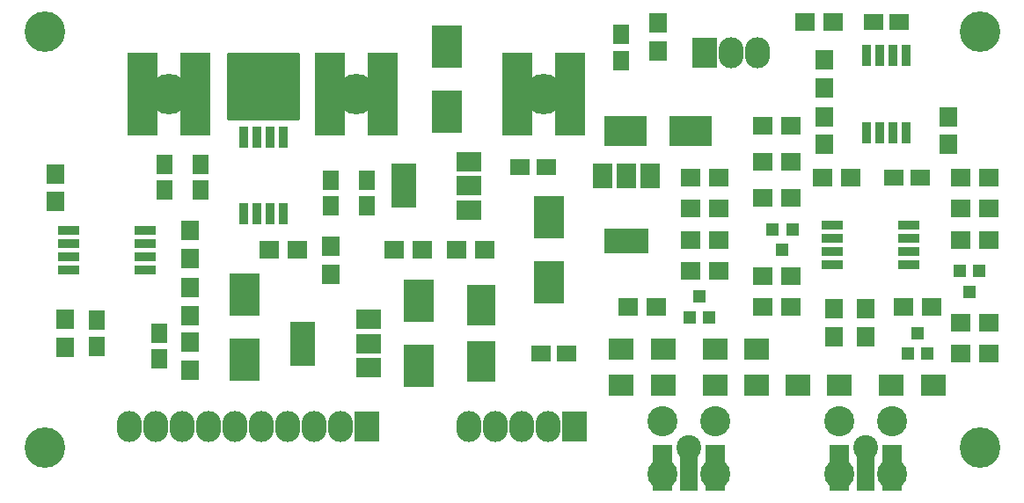
<source format=gts>
G04 #@! TF.FileFunction,Soldermask,Top*
%FSLAX46Y46*%
G04 Gerber Fmt 4.6, Leading zero omitted, Abs format (unit mm)*
G04 Created by KiCad (PCBNEW 4.0.7) date 03/03/18 23:13:13*
%MOMM*%
%LPD*%
G01*
G04 APERTURE LIST*
%ADD10C,0.100000*%
%ADD11R,2.150000X0.950000*%
%ADD12R,1.700000X1.900000*%
%ADD13R,1.900000X1.700000*%
%ADD14R,1.200000X1.300000*%
%ADD15R,2.400000X3.000000*%
%ADD16O,2.400000X3.000000*%
%ADD17R,2.400000X2.100000*%
%ADD18R,2.700000X3.900000*%
%ADD19C,3.900000*%
%ADD20R,2.900000X4.150000*%
%ADD21R,2.400000X4.200000*%
%ADD22R,2.400000X1.900000*%
%ADD23R,4.200000X2.400000*%
%ADD24R,1.900000X2.400000*%
%ADD25R,4.150000X2.900000*%
%ADD26R,2.950000X2.950000*%
%ADD27R,0.950000X2.150000*%
%ADD28R,1.800000X4.400000*%
%ADD29R,1.900000X4.400000*%
%ADD30R,1.900000X1.650000*%
%ADD31R,1.650000X1.900000*%
%ADD32C,2.398980*%
%ADD33C,2.899360*%
%ADD34C,0.254000*%
G04 APERTURE END LIST*
D10*
D11*
X160800000Y-103595000D03*
X160800000Y-104865000D03*
X160800000Y-106135000D03*
X160800000Y-107405000D03*
X168200000Y-107405000D03*
X168200000Y-106135000D03*
X168200000Y-104865000D03*
X168200000Y-103595000D03*
D12*
X87000000Y-112650000D03*
X87000000Y-115350000D03*
D13*
X147150000Y-102000000D03*
X149850000Y-102000000D03*
D14*
X147050000Y-112500000D03*
X148950000Y-112500000D03*
X148000000Y-110500000D03*
X156950000Y-104000000D03*
X155050000Y-104000000D03*
X156000000Y-106000000D03*
X168050000Y-116000000D03*
X169950000Y-116000000D03*
X169000000Y-114000000D03*
X174950000Y-108000000D03*
X173050000Y-108000000D03*
X174000000Y-110000000D03*
D12*
X144000000Y-86850000D03*
X144000000Y-84150000D03*
X99000000Y-106850000D03*
X99000000Y-104150000D03*
D15*
X148500000Y-87000000D03*
D16*
X151040000Y-87000000D03*
X153580000Y-87000000D03*
D15*
X116000000Y-123000000D03*
D16*
X113460000Y-123000000D03*
X110920000Y-123000000D03*
X108380000Y-123000000D03*
X105840000Y-123000000D03*
X103300000Y-123000000D03*
X100760000Y-123000000D03*
X98220000Y-123000000D03*
X95680000Y-123000000D03*
X93140000Y-123000000D03*
D15*
X136000000Y-123000000D03*
D16*
X133460000Y-123000000D03*
X130920000Y-123000000D03*
X128380000Y-123000000D03*
X125840000Y-123000000D03*
D12*
X160000000Y-87650000D03*
X160000000Y-90350000D03*
D13*
X124650000Y-106000000D03*
X127350000Y-106000000D03*
X118650000Y-106000000D03*
X121350000Y-106000000D03*
D12*
X86000000Y-101350000D03*
X86000000Y-98650000D03*
X99000000Y-114900000D03*
X99000000Y-117600000D03*
D17*
X149500000Y-115500000D03*
X153500000Y-115500000D03*
D13*
X149850000Y-108000000D03*
X147150000Y-108000000D03*
X154150000Y-108500000D03*
X156850000Y-108500000D03*
X156850000Y-101000000D03*
X154150000Y-101000000D03*
X156850000Y-94000000D03*
X154150000Y-94000000D03*
D17*
X144500000Y-119000000D03*
X140500000Y-119000000D03*
X166500000Y-119000000D03*
X170500000Y-119000000D03*
D12*
X164000000Y-111650000D03*
X164000000Y-114350000D03*
D13*
X167650000Y-111500000D03*
X170350000Y-111500000D03*
X173150000Y-105000000D03*
X175850000Y-105000000D03*
X175850000Y-99000000D03*
X173150000Y-99000000D03*
D12*
X161000000Y-114350000D03*
X161000000Y-111650000D03*
D18*
X127000000Y-111300000D03*
X127000000Y-116700000D03*
D19*
X175000000Y-85000000D03*
X85000000Y-85000000D03*
X85000000Y-125000000D03*
X175000000Y-125000000D03*
D12*
X112500000Y-105650000D03*
X112500000Y-108350000D03*
D13*
X159900000Y-99000000D03*
X162600000Y-99000000D03*
X175850000Y-113000000D03*
X173150000Y-113000000D03*
D20*
X104267000Y-110286000D03*
X104267000Y-116536000D03*
X133500000Y-102875000D03*
X133500000Y-109125000D03*
D12*
X99000000Y-109650000D03*
X99000000Y-112350000D03*
D17*
X149500000Y-119000000D03*
X153500000Y-119000000D03*
X144500000Y-115500000D03*
X140500000Y-115500000D03*
D13*
X147150000Y-99000000D03*
X149850000Y-99000000D03*
D17*
X161500000Y-119000000D03*
X157500000Y-119000000D03*
D11*
X87300000Y-104095000D03*
X87300000Y-105365000D03*
X87300000Y-106635000D03*
X87300000Y-107905000D03*
X94700000Y-107905000D03*
X94700000Y-106635000D03*
X94700000Y-105365000D03*
X94700000Y-104095000D03*
D21*
X109850000Y-115000000D03*
D22*
X116150000Y-115000000D03*
X116150000Y-112700000D03*
X116150000Y-117300000D03*
D23*
X141000000Y-105150000D03*
D24*
X141000000Y-98850000D03*
X138700000Y-98850000D03*
X143300000Y-98850000D03*
D21*
X119532000Y-99822000D03*
D22*
X125832000Y-99822000D03*
X125832000Y-97522000D03*
X125832000Y-102122000D03*
D25*
X140875000Y-94500000D03*
X147125000Y-94500000D03*
D20*
X123698000Y-92660000D03*
X123698000Y-86410000D03*
X121000000Y-110875000D03*
X121000000Y-117125000D03*
D26*
X99540000Y-88460000D03*
X99540000Y-91000000D03*
X99540000Y-93540000D03*
X94460000Y-88460000D03*
X94460000Y-91000000D03*
X94460000Y-93540000D03*
D19*
X97000000Y-91000000D03*
D26*
X117540000Y-88460000D03*
X117540000Y-91000000D03*
X117540000Y-93540000D03*
X112460000Y-88460000D03*
X112460000Y-91000000D03*
X112460000Y-93540000D03*
D19*
X115000000Y-91000000D03*
D26*
X135540000Y-88460000D03*
X135540000Y-91000000D03*
X135540000Y-93540000D03*
X130460000Y-88460000D03*
X130460000Y-91000000D03*
X130460000Y-93540000D03*
D19*
X133000000Y-91000000D03*
D13*
X109350000Y-106000000D03*
X106650000Y-106000000D03*
X156850000Y-97500000D03*
X154150000Y-97500000D03*
X141150000Y-111500000D03*
X143850000Y-111500000D03*
X147150000Y-105000000D03*
X149850000Y-105000000D03*
X175850000Y-116000000D03*
X173150000Y-116000000D03*
X154150000Y-111500000D03*
X156850000Y-111500000D03*
X175850000Y-102000000D03*
X173150000Y-102000000D03*
D27*
X107950000Y-95106000D03*
X106680000Y-95106000D03*
X105410000Y-95106000D03*
X104140000Y-95106000D03*
X104140000Y-102506000D03*
X105410000Y-102506000D03*
X106680000Y-102506000D03*
X107950000Y-102506000D03*
D13*
X158150000Y-84000000D03*
X160850000Y-84000000D03*
D12*
X160000000Y-95850000D03*
X160000000Y-93150000D03*
X172000000Y-95850000D03*
X172000000Y-93150000D03*
D27*
X164095000Y-94700000D03*
X165365000Y-94700000D03*
X166635000Y-94700000D03*
X167905000Y-94700000D03*
X167905000Y-87300000D03*
X166635000Y-87300000D03*
X165365000Y-87300000D03*
X164095000Y-87300000D03*
D28*
X147000000Y-127000000D03*
D29*
X149540000Y-127000000D03*
X144460000Y-127000000D03*
D28*
X164000000Y-127000000D03*
D29*
X166540000Y-127000000D03*
X161460000Y-127000000D03*
D30*
X164750000Y-84000000D03*
X167250000Y-84000000D03*
D31*
X140500000Y-85250000D03*
X140500000Y-87750000D03*
D30*
X130750000Y-98000000D03*
X133250000Y-98000000D03*
D31*
X96500000Y-100250000D03*
X96500000Y-97750000D03*
X90000000Y-112750000D03*
X90000000Y-115250000D03*
X116000000Y-101750000D03*
X116000000Y-99250000D03*
X96000000Y-114000000D03*
X96000000Y-116500000D03*
X100000000Y-100250000D03*
X100000000Y-97750000D03*
X112500000Y-99250000D03*
X112500000Y-101750000D03*
D30*
X166750000Y-99000000D03*
X169250000Y-99000000D03*
X132750000Y-116000000D03*
X135250000Y-116000000D03*
D32*
X147000000Y-125000000D03*
D33*
X149540000Y-122460000D03*
X149540000Y-127540000D03*
X144460000Y-127540000D03*
X144460000Y-122460000D03*
D32*
X164000000Y-125000000D03*
D33*
X166540000Y-122460000D03*
X166540000Y-127540000D03*
X161460000Y-127540000D03*
X161460000Y-122460000D03*
D34*
G36*
X109373000Y-93373000D02*
X102627000Y-93373000D01*
X102627000Y-87127000D01*
X109373000Y-87127000D01*
X109373000Y-93373000D01*
X109373000Y-93373000D01*
G37*
X109373000Y-93373000D02*
X102627000Y-93373000D01*
X102627000Y-87127000D01*
X109373000Y-87127000D01*
X109373000Y-93373000D01*
M02*

</source>
